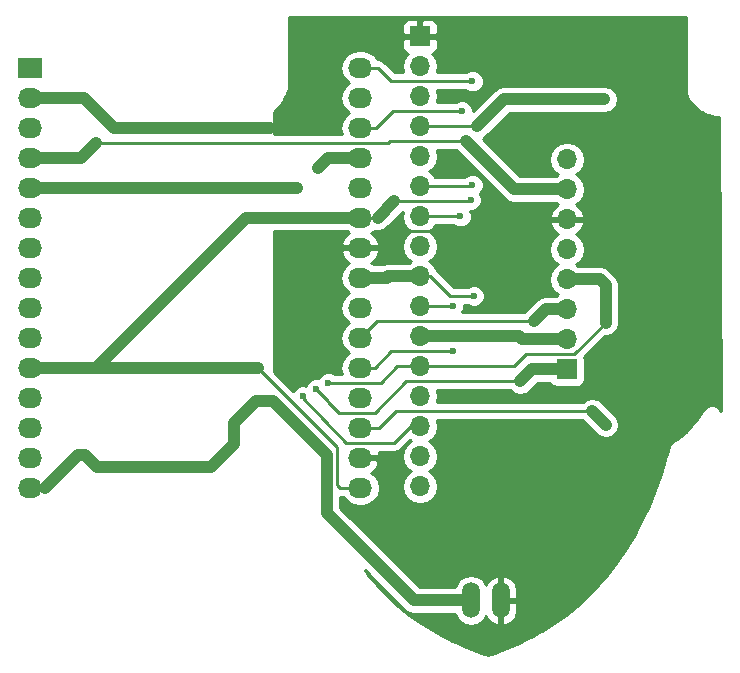
<source format=gbr>
G04 #@! TF.FileFunction,Copper,L1,Top,Signal*
%FSLAX46Y46*%
G04 Gerber Fmt 4.6, Leading zero omitted, Abs format (unit mm)*
G04 Created by KiCad (PCBNEW 4.0.4+e1-6308~48~ubuntu16.04.1-stable) date Mon Jan  2 16:02:27 2017*
%MOMM*%
%LPD*%
G01*
G04 APERTURE LIST*
%ADD10C,0.100000*%
%ADD11O,1.506220X3.014980*%
%ADD12O,2.032000X1.727200*%
%ADD13R,2.032000X1.727200*%
%ADD14R,1.700000X1.700000*%
%ADD15O,1.700000X1.700000*%
%ADD16C,0.600000*%
%ADD17C,1.000000*%
%ADD18C,0.250000*%
%ADD19C,0.254000*%
G04 APERTURE END LIST*
D10*
D11*
X151384000Y-128778000D03*
X153924000Y-128778000D03*
D12*
X142016000Y-119253000D03*
X142016000Y-116713000D03*
X142016000Y-114173000D03*
X142016000Y-111633000D03*
X142016000Y-109093000D03*
X142016000Y-106553000D03*
X142016000Y-104013000D03*
X142016000Y-101473000D03*
X142016000Y-98933000D03*
X142016000Y-96393000D03*
X142016000Y-93853000D03*
X142016000Y-91313000D03*
X142016000Y-88773000D03*
X142016000Y-86233000D03*
X142016000Y-83693000D03*
D13*
X114016000Y-83693000D03*
D12*
X114016000Y-86233000D03*
X114016000Y-88773000D03*
X114016000Y-91313000D03*
X114016000Y-93853000D03*
X114016000Y-96393000D03*
X114016000Y-98933000D03*
X114016000Y-101473000D03*
X114016000Y-104013000D03*
X114016000Y-106553000D03*
X114016000Y-109093000D03*
X114016000Y-111633000D03*
X114016000Y-114173000D03*
X114016000Y-116713000D03*
X114016000Y-119253000D03*
D14*
X147066000Y-81026000D03*
D15*
X147066000Y-83566000D03*
X147066000Y-86106000D03*
X147066000Y-88646000D03*
X147066000Y-91186000D03*
X147066000Y-93726000D03*
X147066000Y-96266000D03*
X147066000Y-98806000D03*
X147066000Y-101346000D03*
X147066000Y-103886000D03*
X147066000Y-106426000D03*
X147066000Y-108966000D03*
X147066000Y-111506000D03*
X147066000Y-114046000D03*
X147066000Y-116586000D03*
X147066000Y-119126000D03*
D14*
X159512000Y-109220000D03*
D15*
X159512000Y-106680000D03*
X159512000Y-104140000D03*
X159512000Y-101600000D03*
X159512000Y-99060000D03*
X159512000Y-96520000D03*
X159512000Y-93980000D03*
X159512000Y-91440000D03*
D16*
X118618000Y-86233000D03*
X151384000Y-94869000D03*
X162814000Y-113919000D03*
X162687000Y-86360000D03*
X149860000Y-103886000D03*
X149860000Y-107696000D03*
X139319000Y-110363000D03*
X151638000Y-106426000D03*
X151638000Y-102997000D03*
X138430000Y-92202000D03*
X138303000Y-110871000D03*
X150495000Y-96266000D03*
X150622000Y-87376000D03*
X151511000Y-93599000D03*
X151511000Y-84836000D03*
X137160000Y-111506000D03*
X136652000Y-93853000D03*
D17*
X151384000Y-128778000D02*
X146558000Y-128778000D01*
D18*
X115316000Y-119253000D02*
X114016000Y-119253000D01*
D17*
X118110000Y-116459000D02*
X115316000Y-119253000D01*
X118745000Y-116459000D02*
X118110000Y-116459000D01*
X119761000Y-117475000D02*
X118745000Y-116459000D01*
X129413000Y-117475000D02*
X119761000Y-117475000D01*
X131318000Y-115570000D02*
X129413000Y-117475000D01*
X131318000Y-113792000D02*
X131318000Y-115570000D01*
X133223000Y-111887000D02*
X131318000Y-113792000D01*
X134620000Y-111887000D02*
X133223000Y-111887000D01*
X139192000Y-116459000D02*
X134620000Y-111887000D01*
X139192000Y-121412000D02*
X139192000Y-116459000D01*
X146558000Y-128778000D02*
X139192000Y-121412000D01*
D18*
X147066000Y-81026000D02*
X139700000Y-81026000D01*
D17*
X118618000Y-86233000D02*
X114016000Y-86233000D01*
X121158000Y-88773000D02*
X118618000Y-86233000D01*
X134366000Y-88773000D02*
X121158000Y-88773000D01*
D18*
X136271000Y-86868000D02*
X134366000Y-88773000D01*
X136271000Y-84455000D02*
X136271000Y-86868000D01*
X139700000Y-81026000D02*
X136271000Y-84455000D01*
X159512000Y-96520000D02*
X152654000Y-96520000D01*
X143764000Y-98933000D02*
X142016000Y-98933000D01*
X145161000Y-97536000D02*
X143764000Y-98933000D01*
X151638000Y-97536000D02*
X145161000Y-97536000D01*
X152654000Y-96520000D02*
X151638000Y-97536000D01*
X153924000Y-128778000D02*
X153924000Y-124968000D01*
X143256000Y-116713000D02*
X142016000Y-116713000D01*
X144653000Y-118110000D02*
X143256000Y-116713000D01*
X144653000Y-120650000D02*
X144653000Y-118110000D01*
X147701000Y-123698000D02*
X144653000Y-120650000D01*
X152654000Y-123698000D02*
X147701000Y-123698000D01*
X153924000Y-124968000D02*
X152654000Y-123698000D01*
D17*
X114016000Y-109093000D02*
X133350000Y-109093000D01*
D18*
X140335000Y-119253000D02*
X142016000Y-119253000D01*
X140081000Y-118999000D02*
X140335000Y-119253000D01*
X140081000Y-115824000D02*
X140081000Y-118999000D01*
X133350000Y-109093000D02*
X140081000Y-115824000D01*
D17*
X142016000Y-96393000D02*
X132334000Y-96393000D01*
D18*
X119634000Y-109093000D02*
X114016000Y-109093000D01*
D17*
X132334000Y-96393000D02*
X119634000Y-109093000D01*
D18*
X143510000Y-96393000D02*
X142016000Y-96393000D01*
D17*
X144907000Y-94996000D02*
X143510000Y-96393000D01*
D18*
X151257000Y-94996000D02*
X144907000Y-94996000D01*
X151384000Y-94869000D02*
X151257000Y-94996000D01*
X147066000Y-88646000D02*
X151892000Y-88646000D01*
X143637000Y-114173000D02*
X142016000Y-114173000D01*
X145034000Y-112776000D02*
X143637000Y-114173000D01*
X161671000Y-112776000D02*
X145034000Y-112776000D01*
D17*
X162814000Y-113919000D02*
X161671000Y-112776000D01*
X154178000Y-86360000D02*
X162687000Y-86360000D01*
X151892000Y-88646000D02*
X154178000Y-86360000D01*
D18*
X142016000Y-109093000D02*
X143256000Y-109093000D01*
X149860000Y-103886000D02*
X147066000Y-103886000D01*
X144653000Y-107696000D02*
X149860000Y-107696000D01*
X143256000Y-109093000D02*
X144653000Y-107696000D01*
D17*
X159512000Y-104140000D02*
X157734000Y-104140000D01*
D18*
X143413000Y-105156000D02*
X142016000Y-106553000D01*
X156718000Y-105156000D02*
X143413000Y-105156000D01*
D17*
X157734000Y-104140000D02*
X156718000Y-105156000D01*
D18*
X147066000Y-108966000D02*
X145161000Y-108966000D01*
X143764000Y-110363000D02*
X139319000Y-110363000D01*
X145161000Y-108966000D02*
X143764000Y-110363000D01*
X147066000Y-108966000D02*
X155067000Y-108966000D01*
D17*
X162306000Y-101600000D02*
X159512000Y-101600000D01*
X162814000Y-102108000D02*
X162306000Y-101600000D01*
X162814000Y-105283000D02*
X162814000Y-102108000D01*
D18*
X160147000Y-107950000D02*
X162814000Y-105283000D01*
X156083000Y-107950000D02*
X160147000Y-107950000D01*
X155067000Y-108966000D02*
X156083000Y-107950000D01*
X147066000Y-101346000D02*
X147955000Y-101346000D01*
D17*
X151638000Y-106426000D02*
X152908000Y-106426000D01*
D18*
X149606000Y-102997000D02*
X151638000Y-102997000D01*
X147955000Y-101346000D02*
X149606000Y-102997000D01*
D17*
X142016000Y-101473000D02*
X144272000Y-101473000D01*
X144399000Y-101346000D02*
X147066000Y-101346000D01*
X144272000Y-101473000D02*
X144399000Y-101346000D01*
X147066000Y-106426000D02*
X152908000Y-106426000D01*
X152908000Y-106426000D02*
X155448000Y-106426000D01*
X155448000Y-106426000D02*
X155702000Y-106680000D01*
X155702000Y-106680000D02*
X159512000Y-106680000D01*
D18*
X139319000Y-112014000D02*
X139319000Y-111887000D01*
D17*
X156591000Y-109220000D02*
X155575000Y-110236000D01*
D18*
X155575000Y-110236000D02*
X145923000Y-110236000D01*
X145923000Y-110236000D02*
X143256000Y-112903000D01*
X143256000Y-112903000D02*
X140208000Y-112903000D01*
X140208000Y-112903000D02*
X139319000Y-112014000D01*
D17*
X159512000Y-109220000D02*
X156591000Y-109220000D01*
X139319000Y-91313000D02*
X142016000Y-91313000D01*
X138430000Y-92202000D02*
X139319000Y-91313000D01*
D18*
X139319000Y-111887000D02*
X138303000Y-110871000D01*
X142016000Y-88773000D02*
X143383000Y-88773000D01*
X150495000Y-96266000D02*
X147066000Y-96266000D01*
X144780000Y-87376000D02*
X150622000Y-87376000D01*
X143383000Y-88773000D02*
X144780000Y-87376000D01*
X142016000Y-83693000D02*
X143510000Y-83693000D01*
X151384000Y-93726000D02*
X147066000Y-93726000D01*
X151511000Y-93599000D02*
X151384000Y-93726000D01*
X144653000Y-84836000D02*
X151511000Y-84836000D01*
X143510000Y-83693000D02*
X144653000Y-84836000D01*
D17*
X159512000Y-93980000D02*
X155067000Y-93980000D01*
X118364000Y-91313000D02*
X114016000Y-91313000D01*
X119634000Y-90043000D02*
X118364000Y-91313000D01*
D18*
X144399000Y-90043000D02*
X119634000Y-90043000D01*
X144526000Y-89916000D02*
X144399000Y-90043000D01*
X151003000Y-89916000D02*
X144526000Y-89916000D01*
D17*
X155067000Y-93980000D02*
X151003000Y-89916000D01*
D18*
X137160000Y-111633000D02*
X137160000Y-111506000D01*
X140843000Y-115443000D02*
X137160000Y-111633000D01*
X144907000Y-115443000D02*
X140843000Y-115443000D01*
X146304000Y-114046000D02*
X144907000Y-115443000D01*
D17*
X136652000Y-93853000D02*
X114016000Y-93853000D01*
D18*
X147066000Y-114046000D02*
X146304000Y-114046000D01*
D19*
G36*
X169606409Y-82355094D02*
X169606409Y-82355095D01*
X169614057Y-85934185D01*
X169634431Y-86035480D01*
X169647814Y-86137930D01*
X169658914Y-86157199D01*
X169663298Y-86178998D01*
X169720883Y-86264783D01*
X169772455Y-86354315D01*
X170029802Y-86648360D01*
X170044251Y-86659470D01*
X170054219Y-86674726D01*
X170406800Y-87034647D01*
X170443410Y-87059658D01*
X170472519Y-87093097D01*
X170849501Y-87384569D01*
X170900143Y-87409774D01*
X170944186Y-87445284D01*
X171325532Y-87644880D01*
X171390069Y-87663847D01*
X171450076Y-87694240D01*
X171836304Y-87802164D01*
X171909925Y-87807780D01*
X171981673Y-87825212D01*
X172354604Y-87840882D01*
X172525476Y-112745463D01*
X172456336Y-112624811D01*
X172415170Y-112577563D01*
X172384077Y-112523157D01*
X172309620Y-112437498D01*
X172253520Y-112394058D01*
X172205651Y-112341691D01*
X172155744Y-112318346D01*
X172112178Y-112284611D01*
X172043726Y-112265946D01*
X171979459Y-112235884D01*
X171906254Y-112217877D01*
X171901011Y-112217642D01*
X171896224Y-112215496D01*
X171776492Y-112212055D01*
X171656789Y-112206684D01*
X171651856Y-112208473D01*
X171646611Y-112208322D01*
X171534639Y-112250976D01*
X171422030Y-112291809D01*
X171418158Y-112295348D01*
X171413255Y-112297216D01*
X171330465Y-112349157D01*
X171256940Y-112418574D01*
X171178384Y-112482236D01*
X171075180Y-112606421D01*
X171059984Y-112634433D01*
X171037318Y-112656838D01*
X170902866Y-112855560D01*
X170901421Y-112858992D01*
X170898805Y-112861638D01*
X170866547Y-112910510D01*
X170697541Y-113150249D01*
X170491807Y-113422005D01*
X170261955Y-113710222D01*
X170023841Y-113995473D01*
X169793561Y-114258477D01*
X169588521Y-114479049D01*
X169424186Y-114640199D01*
X169365930Y-114691327D01*
X169180389Y-114840505D01*
X168985081Y-114983326D01*
X168811863Y-115096295D01*
X168455156Y-115308832D01*
X168368018Y-115387396D01*
X168279043Y-115463817D01*
X168275508Y-115470804D01*
X168269692Y-115476047D01*
X168219265Y-115581950D01*
X168166295Y-115686629D01*
X167955202Y-116443160D01*
X167927173Y-116543057D01*
X167471551Y-118035888D01*
X166968331Y-119454281D01*
X166414938Y-120806278D01*
X165810545Y-122094130D01*
X165154287Y-123320121D01*
X164445182Y-124486651D01*
X163682177Y-125596113D01*
X162863521Y-126651675D01*
X162087332Y-127546823D01*
X161241525Y-128418963D01*
X160358180Y-129227024D01*
X159429288Y-129978147D01*
X158446826Y-130679063D01*
X157397189Y-131339686D01*
X157163346Y-131476205D01*
X156602506Y-131788746D01*
X156039356Y-132080764D01*
X155456767Y-132360580D01*
X154839666Y-132635192D01*
X154173371Y-132911304D01*
X153440998Y-133196421D01*
X152798594Y-133439762D01*
X152194411Y-133207985D01*
X152039642Y-133148389D01*
X151391252Y-132892982D01*
X150806782Y-132652208D01*
X150273610Y-132420326D01*
X149780294Y-132192078D01*
X149314702Y-131961851D01*
X148864809Y-131723990D01*
X148418302Y-131472555D01*
X147966496Y-131203622D01*
X147148959Y-130680370D01*
X146167131Y-129978428D01*
X145240894Y-129228597D01*
X144359647Y-128422056D01*
X143514594Y-127550914D01*
X142695593Y-126605293D01*
X142373837Y-126198969D01*
X145755434Y-129580566D01*
X146123654Y-129826603D01*
X146558000Y-129913000D01*
X150063251Y-129913000D01*
X150101554Y-130105561D01*
X150402458Y-130555896D01*
X150852793Y-130856800D01*
X151384000Y-130962464D01*
X151915207Y-130856800D01*
X152365542Y-130555896D01*
X152666446Y-130105561D01*
X152667016Y-130102694D01*
X152690154Y-130180919D01*
X153032260Y-130603724D01*
X153510125Y-130863427D01*
X153582326Y-130877783D01*
X153797000Y-130755162D01*
X153797000Y-128905000D01*
X154051000Y-128905000D01*
X154051000Y-130755162D01*
X154265674Y-130877783D01*
X154337875Y-130863427D01*
X154815740Y-130603724D01*
X155157846Y-130180919D01*
X155312110Y-129659380D01*
X155312110Y-128905000D01*
X154051000Y-128905000D01*
X153797000Y-128905000D01*
X153777000Y-128905000D01*
X153777000Y-128651000D01*
X153797000Y-128651000D01*
X153797000Y-126800838D01*
X154051000Y-126800838D01*
X154051000Y-128651000D01*
X155312110Y-128651000D01*
X155312110Y-127896620D01*
X155157846Y-127375081D01*
X154815740Y-126952276D01*
X154337875Y-126692573D01*
X154265674Y-126678217D01*
X154051000Y-126800838D01*
X153797000Y-126800838D01*
X153582326Y-126678217D01*
X153510125Y-126692573D01*
X153032260Y-126952276D01*
X152690154Y-127375081D01*
X152667016Y-127453306D01*
X152666446Y-127450439D01*
X152365542Y-127000104D01*
X151915207Y-126699200D01*
X151384000Y-126593536D01*
X150852793Y-126699200D01*
X150402458Y-127000104D01*
X150101554Y-127450439D01*
X150063251Y-127643000D01*
X147028132Y-127643000D01*
X140327000Y-120941868D01*
X140327000Y-120011409D01*
X140335000Y-120013000D01*
X140571352Y-120013000D01*
X140771585Y-120312670D01*
X141257766Y-120637526D01*
X141831255Y-120751600D01*
X142200745Y-120751600D01*
X142774234Y-120637526D01*
X143260415Y-120312670D01*
X143585271Y-119826489D01*
X143699345Y-119253000D01*
X143585271Y-118679511D01*
X143260415Y-118193330D01*
X142950931Y-117986539D01*
X143366732Y-117615036D01*
X143620709Y-117087791D01*
X143623358Y-117072026D01*
X143502217Y-116840000D01*
X142143000Y-116840000D01*
X142143000Y-116860000D01*
X141889000Y-116860000D01*
X141889000Y-116840000D01*
X141869000Y-116840000D01*
X141869000Y-116586000D01*
X141889000Y-116586000D01*
X141889000Y-116566000D01*
X142143000Y-116566000D01*
X142143000Y-116586000D01*
X143502217Y-116586000D01*
X143623358Y-116353974D01*
X143620709Y-116338209D01*
X143555578Y-116203000D01*
X144907000Y-116203000D01*
X145197839Y-116145148D01*
X145444401Y-115980401D01*
X146191804Y-115232998D01*
X146316026Y-115316000D01*
X145986853Y-115535946D01*
X145664946Y-116017715D01*
X145551907Y-116586000D01*
X145664946Y-117154285D01*
X145986853Y-117636054D01*
X146316026Y-117856000D01*
X145986853Y-118075946D01*
X145664946Y-118557715D01*
X145551907Y-119126000D01*
X145664946Y-119694285D01*
X145986853Y-120176054D01*
X146468622Y-120497961D01*
X147036907Y-120611000D01*
X147095093Y-120611000D01*
X147663378Y-120497961D01*
X148145147Y-120176054D01*
X148467054Y-119694285D01*
X148580093Y-119126000D01*
X148467054Y-118557715D01*
X148145147Y-118075946D01*
X147815974Y-117856000D01*
X148145147Y-117636054D01*
X148467054Y-117154285D01*
X148580093Y-116586000D01*
X148467054Y-116017715D01*
X148145147Y-115535946D01*
X147815974Y-115316000D01*
X148145147Y-115096054D01*
X148467054Y-114614285D01*
X148580093Y-114046000D01*
X148478648Y-113536000D01*
X160839992Y-113536000D01*
X160868434Y-113578566D01*
X162011434Y-114721566D01*
X162379655Y-114967603D01*
X162814000Y-115054000D01*
X163248345Y-114967603D01*
X163616566Y-114721566D01*
X163862603Y-114353345D01*
X163949000Y-113919000D01*
X163862603Y-113484655D01*
X163616566Y-113116434D01*
X162473566Y-111973434D01*
X162105345Y-111727397D01*
X161671000Y-111641000D01*
X161236655Y-111727397D01*
X160868434Y-111973434D01*
X160839992Y-112016000D01*
X148478648Y-112016000D01*
X148580093Y-111506000D01*
X148478648Y-110996000D01*
X154743992Y-110996000D01*
X154772434Y-111038566D01*
X155140655Y-111284603D01*
X155575000Y-111371000D01*
X156009345Y-111284603D01*
X156377566Y-111038566D01*
X157061132Y-110355000D01*
X158090808Y-110355000D01*
X158197910Y-110521441D01*
X158410110Y-110666431D01*
X158662000Y-110717440D01*
X160362000Y-110717440D01*
X160597317Y-110673162D01*
X160813441Y-110534090D01*
X160958431Y-110321890D01*
X161009440Y-110070000D01*
X161009440Y-108370000D01*
X160976557Y-108195245D01*
X162763790Y-106408012D01*
X162814000Y-106418000D01*
X163248346Y-106331603D01*
X163616566Y-106085566D01*
X163862603Y-105717346D01*
X163949000Y-105283000D01*
X163949000Y-102108000D01*
X163862603Y-101673654D01*
X163783934Y-101555918D01*
X163616566Y-101305433D01*
X163108566Y-100797434D01*
X163079054Y-100777715D01*
X162740346Y-100551397D01*
X162306000Y-100465000D01*
X160464016Y-100465000D01*
X160261974Y-100330000D01*
X160591147Y-100110054D01*
X160913054Y-99628285D01*
X161026093Y-99060000D01*
X160913054Y-98491715D01*
X160591147Y-98009946D01*
X160250447Y-97782298D01*
X160393358Y-97715183D01*
X160783645Y-97286924D01*
X160953476Y-96876890D01*
X160832155Y-96647000D01*
X159639000Y-96647000D01*
X159639000Y-96667000D01*
X159385000Y-96667000D01*
X159385000Y-96647000D01*
X158191845Y-96647000D01*
X158070524Y-96876890D01*
X158240355Y-97286924D01*
X158630642Y-97715183D01*
X158773553Y-97782298D01*
X158432853Y-98009946D01*
X158110946Y-98491715D01*
X157997907Y-99060000D01*
X158110946Y-99628285D01*
X158432853Y-100110054D01*
X158762026Y-100330000D01*
X158432853Y-100549946D01*
X158110946Y-101031715D01*
X157997907Y-101600000D01*
X158110946Y-102168285D01*
X158432853Y-102650054D01*
X158762026Y-102870000D01*
X158559984Y-103005000D01*
X157734000Y-103005000D01*
X157299654Y-103091397D01*
X157072766Y-103242999D01*
X156931434Y-103337434D01*
X155915434Y-104353434D01*
X155886992Y-104396000D01*
X150660633Y-104396000D01*
X150794838Y-104072799D01*
X150795113Y-103757000D01*
X151075537Y-103757000D01*
X151107673Y-103789192D01*
X151451201Y-103931838D01*
X151823167Y-103932162D01*
X152166943Y-103790117D01*
X152430192Y-103527327D01*
X152572838Y-103183799D01*
X152573162Y-102811833D01*
X152431117Y-102468057D01*
X152168327Y-102204808D01*
X151824799Y-102062162D01*
X151452833Y-102061838D01*
X151109057Y-102203883D01*
X151075882Y-102237000D01*
X149920802Y-102237000D01*
X148492401Y-100808599D01*
X148470254Y-100793801D01*
X148467054Y-100777715D01*
X148145147Y-100295946D01*
X147815974Y-100076000D01*
X148145147Y-99856054D01*
X148467054Y-99374285D01*
X148580093Y-98806000D01*
X148467054Y-98237715D01*
X148145147Y-97755946D01*
X147815974Y-97536000D01*
X148145147Y-97316054D01*
X148338954Y-97026000D01*
X149932537Y-97026000D01*
X149964673Y-97058192D01*
X150308201Y-97200838D01*
X150680167Y-97201162D01*
X151023943Y-97059117D01*
X151287192Y-96796327D01*
X151429838Y-96452799D01*
X151430162Y-96080833D01*
X151315753Y-95803941D01*
X151569167Y-95804162D01*
X151912943Y-95662117D01*
X152176192Y-95399327D01*
X152318838Y-95055799D01*
X152319162Y-94683833D01*
X152177117Y-94340057D01*
X152134680Y-94297546D01*
X152303192Y-94129327D01*
X152445838Y-93785799D01*
X152446162Y-93413833D01*
X152304117Y-93070057D01*
X152041327Y-92806808D01*
X151697799Y-92664162D01*
X151325833Y-92663838D01*
X150982057Y-92805883D01*
X150821660Y-92966000D01*
X148338954Y-92966000D01*
X148145147Y-92675946D01*
X147815974Y-92456000D01*
X148145147Y-92236054D01*
X148467054Y-91754285D01*
X148580093Y-91186000D01*
X148478648Y-90676000D01*
X150171992Y-90676000D01*
X150200434Y-90718566D01*
X154264434Y-94782566D01*
X154632654Y-95028603D01*
X155067000Y-95115000D01*
X158559984Y-95115000D01*
X158773553Y-95257702D01*
X158630642Y-95324817D01*
X158240355Y-95753076D01*
X158070524Y-96163110D01*
X158191845Y-96393000D01*
X159385000Y-96393000D01*
X159385000Y-96373000D01*
X159639000Y-96373000D01*
X159639000Y-96393000D01*
X160832155Y-96393000D01*
X160953476Y-96163110D01*
X160783645Y-95753076D01*
X160393358Y-95324817D01*
X160250447Y-95257702D01*
X160591147Y-95030054D01*
X160913054Y-94548285D01*
X161026093Y-93980000D01*
X160913054Y-93411715D01*
X160591147Y-92929946D01*
X160261974Y-92710000D01*
X160591147Y-92490054D01*
X160913054Y-92008285D01*
X161026093Y-91440000D01*
X160913054Y-90871715D01*
X160591147Y-90389946D01*
X160109378Y-90068039D01*
X159541093Y-89955000D01*
X159482907Y-89955000D01*
X158914622Y-90068039D01*
X158432853Y-90389946D01*
X158110946Y-90871715D01*
X157997907Y-91440000D01*
X158110946Y-92008285D01*
X158432853Y-92490054D01*
X158762026Y-92710000D01*
X158559984Y-92845000D01*
X155537132Y-92845000D01*
X152362546Y-89670414D01*
X152694566Y-89448566D01*
X154648132Y-87495000D01*
X162687000Y-87495000D01*
X163121346Y-87408603D01*
X163489566Y-87162566D01*
X163735603Y-86794346D01*
X163822000Y-86360000D01*
X163735603Y-85925654D01*
X163489566Y-85557434D01*
X163121346Y-85311397D01*
X162687000Y-85225000D01*
X154178000Y-85225000D01*
X153743654Y-85311397D01*
X153425789Y-85523788D01*
X153375434Y-85557434D01*
X151557001Y-87375867D01*
X151557162Y-87190833D01*
X151415117Y-86847057D01*
X151152327Y-86583808D01*
X150808799Y-86441162D01*
X150436833Y-86440838D01*
X150093057Y-86582883D01*
X150059882Y-86616000D01*
X148478648Y-86616000D01*
X148580093Y-86106000D01*
X148478648Y-85596000D01*
X150948537Y-85596000D01*
X150980673Y-85628192D01*
X151324201Y-85770838D01*
X151696167Y-85771162D01*
X152039943Y-85629117D01*
X152303192Y-85366327D01*
X152445838Y-85022799D01*
X152446162Y-84650833D01*
X152304117Y-84307057D01*
X152041327Y-84043808D01*
X151697799Y-83901162D01*
X151325833Y-83900838D01*
X150982057Y-84042883D01*
X150948882Y-84076000D01*
X148478648Y-84076000D01*
X148580093Y-83566000D01*
X148467054Y-82997715D01*
X148145147Y-82515946D01*
X148101223Y-82486597D01*
X148275698Y-82414327D01*
X148454327Y-82235699D01*
X148551000Y-82002310D01*
X148551000Y-81311750D01*
X148392250Y-81153000D01*
X147193000Y-81153000D01*
X147193000Y-81173000D01*
X146939000Y-81173000D01*
X146939000Y-81153000D01*
X145739750Y-81153000D01*
X145581000Y-81311750D01*
X145581000Y-82002310D01*
X145677673Y-82235699D01*
X145856302Y-82414327D01*
X146030777Y-82486597D01*
X145986853Y-82515946D01*
X145664946Y-82997715D01*
X145551907Y-83566000D01*
X145653352Y-84076000D01*
X144967802Y-84076000D01*
X144047401Y-83155599D01*
X143800839Y-82990852D01*
X143510000Y-82933000D01*
X143460648Y-82933000D01*
X143260415Y-82633330D01*
X142774234Y-82308474D01*
X142200745Y-82194400D01*
X141831255Y-82194400D01*
X141257766Y-82308474D01*
X140771585Y-82633330D01*
X140446729Y-83119511D01*
X140332655Y-83693000D01*
X140446729Y-84266489D01*
X140771585Y-84752670D01*
X141086366Y-84963000D01*
X140771585Y-85173330D01*
X140446729Y-85659511D01*
X140332655Y-86233000D01*
X140446729Y-86806489D01*
X140771585Y-87292670D01*
X141086366Y-87503000D01*
X140771585Y-87713330D01*
X140446729Y-88199511D01*
X140332655Y-88773000D01*
X140434100Y-89283000D01*
X134747000Y-89283000D01*
X134747000Y-87386516D01*
X135027734Y-87112234D01*
X135058025Y-87068022D01*
X135097454Y-87031728D01*
X135383496Y-86639765D01*
X135402872Y-86597968D01*
X135431978Y-86562253D01*
X135680190Y-86094033D01*
X135686087Y-86074350D01*
X135698035Y-86057630D01*
X135906542Y-85595812D01*
X135908425Y-85587689D01*
X135913095Y-85580786D01*
X135936542Y-85466373D01*
X135962923Y-85352545D01*
X135961554Y-85344320D01*
X135963227Y-85336155D01*
X135982183Y-82057246D01*
X135993788Y-80049690D01*
X145581000Y-80049690D01*
X145581000Y-80740250D01*
X145739750Y-80899000D01*
X146939000Y-80899000D01*
X146939000Y-79699750D01*
X147193000Y-79699750D01*
X147193000Y-80899000D01*
X148392250Y-80899000D01*
X148551000Y-80740250D01*
X148551000Y-80049690D01*
X148454327Y-79816301D01*
X148275698Y-79637673D01*
X148042309Y-79541000D01*
X147351750Y-79541000D01*
X147193000Y-79699750D01*
X146939000Y-79699750D01*
X146780250Y-79541000D01*
X146089691Y-79541000D01*
X145856302Y-79637673D01*
X145677673Y-79816301D01*
X145581000Y-80049690D01*
X135993788Y-80049690D01*
X135997460Y-79414636D01*
X169600126Y-79414636D01*
X169606409Y-82355094D01*
X169606409Y-82355094D01*
G37*
X169606409Y-82355094D02*
X169606409Y-82355095D01*
X169614057Y-85934185D01*
X169634431Y-86035480D01*
X169647814Y-86137930D01*
X169658914Y-86157199D01*
X169663298Y-86178998D01*
X169720883Y-86264783D01*
X169772455Y-86354315D01*
X170029802Y-86648360D01*
X170044251Y-86659470D01*
X170054219Y-86674726D01*
X170406800Y-87034647D01*
X170443410Y-87059658D01*
X170472519Y-87093097D01*
X170849501Y-87384569D01*
X170900143Y-87409774D01*
X170944186Y-87445284D01*
X171325532Y-87644880D01*
X171390069Y-87663847D01*
X171450076Y-87694240D01*
X171836304Y-87802164D01*
X171909925Y-87807780D01*
X171981673Y-87825212D01*
X172354604Y-87840882D01*
X172525476Y-112745463D01*
X172456336Y-112624811D01*
X172415170Y-112577563D01*
X172384077Y-112523157D01*
X172309620Y-112437498D01*
X172253520Y-112394058D01*
X172205651Y-112341691D01*
X172155744Y-112318346D01*
X172112178Y-112284611D01*
X172043726Y-112265946D01*
X171979459Y-112235884D01*
X171906254Y-112217877D01*
X171901011Y-112217642D01*
X171896224Y-112215496D01*
X171776492Y-112212055D01*
X171656789Y-112206684D01*
X171651856Y-112208473D01*
X171646611Y-112208322D01*
X171534639Y-112250976D01*
X171422030Y-112291809D01*
X171418158Y-112295348D01*
X171413255Y-112297216D01*
X171330465Y-112349157D01*
X171256940Y-112418574D01*
X171178384Y-112482236D01*
X171075180Y-112606421D01*
X171059984Y-112634433D01*
X171037318Y-112656838D01*
X170902866Y-112855560D01*
X170901421Y-112858992D01*
X170898805Y-112861638D01*
X170866547Y-112910510D01*
X170697541Y-113150249D01*
X170491807Y-113422005D01*
X170261955Y-113710222D01*
X170023841Y-113995473D01*
X169793561Y-114258477D01*
X169588521Y-114479049D01*
X169424186Y-114640199D01*
X169365930Y-114691327D01*
X169180389Y-114840505D01*
X168985081Y-114983326D01*
X168811863Y-115096295D01*
X168455156Y-115308832D01*
X168368018Y-115387396D01*
X168279043Y-115463817D01*
X168275508Y-115470804D01*
X168269692Y-115476047D01*
X168219265Y-115581950D01*
X168166295Y-115686629D01*
X167955202Y-116443160D01*
X167927173Y-116543057D01*
X167471551Y-118035888D01*
X166968331Y-119454281D01*
X166414938Y-120806278D01*
X165810545Y-122094130D01*
X165154287Y-123320121D01*
X164445182Y-124486651D01*
X163682177Y-125596113D01*
X162863521Y-126651675D01*
X162087332Y-127546823D01*
X161241525Y-128418963D01*
X160358180Y-129227024D01*
X159429288Y-129978147D01*
X158446826Y-130679063D01*
X157397189Y-131339686D01*
X157163346Y-131476205D01*
X156602506Y-131788746D01*
X156039356Y-132080764D01*
X155456767Y-132360580D01*
X154839666Y-132635192D01*
X154173371Y-132911304D01*
X153440998Y-133196421D01*
X152798594Y-133439762D01*
X152194411Y-133207985D01*
X152039642Y-133148389D01*
X151391252Y-132892982D01*
X150806782Y-132652208D01*
X150273610Y-132420326D01*
X149780294Y-132192078D01*
X149314702Y-131961851D01*
X148864809Y-131723990D01*
X148418302Y-131472555D01*
X147966496Y-131203622D01*
X147148959Y-130680370D01*
X146167131Y-129978428D01*
X145240894Y-129228597D01*
X144359647Y-128422056D01*
X143514594Y-127550914D01*
X142695593Y-126605293D01*
X142373837Y-126198969D01*
X145755434Y-129580566D01*
X146123654Y-129826603D01*
X146558000Y-129913000D01*
X150063251Y-129913000D01*
X150101554Y-130105561D01*
X150402458Y-130555896D01*
X150852793Y-130856800D01*
X151384000Y-130962464D01*
X151915207Y-130856800D01*
X152365542Y-130555896D01*
X152666446Y-130105561D01*
X152667016Y-130102694D01*
X152690154Y-130180919D01*
X153032260Y-130603724D01*
X153510125Y-130863427D01*
X153582326Y-130877783D01*
X153797000Y-130755162D01*
X153797000Y-128905000D01*
X154051000Y-128905000D01*
X154051000Y-130755162D01*
X154265674Y-130877783D01*
X154337875Y-130863427D01*
X154815740Y-130603724D01*
X155157846Y-130180919D01*
X155312110Y-129659380D01*
X155312110Y-128905000D01*
X154051000Y-128905000D01*
X153797000Y-128905000D01*
X153777000Y-128905000D01*
X153777000Y-128651000D01*
X153797000Y-128651000D01*
X153797000Y-126800838D01*
X154051000Y-126800838D01*
X154051000Y-128651000D01*
X155312110Y-128651000D01*
X155312110Y-127896620D01*
X155157846Y-127375081D01*
X154815740Y-126952276D01*
X154337875Y-126692573D01*
X154265674Y-126678217D01*
X154051000Y-126800838D01*
X153797000Y-126800838D01*
X153582326Y-126678217D01*
X153510125Y-126692573D01*
X153032260Y-126952276D01*
X152690154Y-127375081D01*
X152667016Y-127453306D01*
X152666446Y-127450439D01*
X152365542Y-127000104D01*
X151915207Y-126699200D01*
X151384000Y-126593536D01*
X150852793Y-126699200D01*
X150402458Y-127000104D01*
X150101554Y-127450439D01*
X150063251Y-127643000D01*
X147028132Y-127643000D01*
X140327000Y-120941868D01*
X140327000Y-120011409D01*
X140335000Y-120013000D01*
X140571352Y-120013000D01*
X140771585Y-120312670D01*
X141257766Y-120637526D01*
X141831255Y-120751600D01*
X142200745Y-120751600D01*
X142774234Y-120637526D01*
X143260415Y-120312670D01*
X143585271Y-119826489D01*
X143699345Y-119253000D01*
X143585271Y-118679511D01*
X143260415Y-118193330D01*
X142950931Y-117986539D01*
X143366732Y-117615036D01*
X143620709Y-117087791D01*
X143623358Y-117072026D01*
X143502217Y-116840000D01*
X142143000Y-116840000D01*
X142143000Y-116860000D01*
X141889000Y-116860000D01*
X141889000Y-116840000D01*
X141869000Y-116840000D01*
X141869000Y-116586000D01*
X141889000Y-116586000D01*
X141889000Y-116566000D01*
X142143000Y-116566000D01*
X142143000Y-116586000D01*
X143502217Y-116586000D01*
X143623358Y-116353974D01*
X143620709Y-116338209D01*
X143555578Y-116203000D01*
X144907000Y-116203000D01*
X145197839Y-116145148D01*
X145444401Y-115980401D01*
X146191804Y-115232998D01*
X146316026Y-115316000D01*
X145986853Y-115535946D01*
X145664946Y-116017715D01*
X145551907Y-116586000D01*
X145664946Y-117154285D01*
X145986853Y-117636054D01*
X146316026Y-117856000D01*
X145986853Y-118075946D01*
X145664946Y-118557715D01*
X145551907Y-119126000D01*
X145664946Y-119694285D01*
X145986853Y-120176054D01*
X146468622Y-120497961D01*
X147036907Y-120611000D01*
X147095093Y-120611000D01*
X147663378Y-120497961D01*
X148145147Y-120176054D01*
X148467054Y-119694285D01*
X148580093Y-119126000D01*
X148467054Y-118557715D01*
X148145147Y-118075946D01*
X147815974Y-117856000D01*
X148145147Y-117636054D01*
X148467054Y-117154285D01*
X148580093Y-116586000D01*
X148467054Y-116017715D01*
X148145147Y-115535946D01*
X147815974Y-115316000D01*
X148145147Y-115096054D01*
X148467054Y-114614285D01*
X148580093Y-114046000D01*
X148478648Y-113536000D01*
X160839992Y-113536000D01*
X160868434Y-113578566D01*
X162011434Y-114721566D01*
X162379655Y-114967603D01*
X162814000Y-115054000D01*
X163248345Y-114967603D01*
X163616566Y-114721566D01*
X163862603Y-114353345D01*
X163949000Y-113919000D01*
X163862603Y-113484655D01*
X163616566Y-113116434D01*
X162473566Y-111973434D01*
X162105345Y-111727397D01*
X161671000Y-111641000D01*
X161236655Y-111727397D01*
X160868434Y-111973434D01*
X160839992Y-112016000D01*
X148478648Y-112016000D01*
X148580093Y-111506000D01*
X148478648Y-110996000D01*
X154743992Y-110996000D01*
X154772434Y-111038566D01*
X155140655Y-111284603D01*
X155575000Y-111371000D01*
X156009345Y-111284603D01*
X156377566Y-111038566D01*
X157061132Y-110355000D01*
X158090808Y-110355000D01*
X158197910Y-110521441D01*
X158410110Y-110666431D01*
X158662000Y-110717440D01*
X160362000Y-110717440D01*
X160597317Y-110673162D01*
X160813441Y-110534090D01*
X160958431Y-110321890D01*
X161009440Y-110070000D01*
X161009440Y-108370000D01*
X160976557Y-108195245D01*
X162763790Y-106408012D01*
X162814000Y-106418000D01*
X163248346Y-106331603D01*
X163616566Y-106085566D01*
X163862603Y-105717346D01*
X163949000Y-105283000D01*
X163949000Y-102108000D01*
X163862603Y-101673654D01*
X163783934Y-101555918D01*
X163616566Y-101305433D01*
X163108566Y-100797434D01*
X163079054Y-100777715D01*
X162740346Y-100551397D01*
X162306000Y-100465000D01*
X160464016Y-100465000D01*
X160261974Y-100330000D01*
X160591147Y-100110054D01*
X160913054Y-99628285D01*
X161026093Y-99060000D01*
X160913054Y-98491715D01*
X160591147Y-98009946D01*
X160250447Y-97782298D01*
X160393358Y-97715183D01*
X160783645Y-97286924D01*
X160953476Y-96876890D01*
X160832155Y-96647000D01*
X159639000Y-96647000D01*
X159639000Y-96667000D01*
X159385000Y-96667000D01*
X159385000Y-96647000D01*
X158191845Y-96647000D01*
X158070524Y-96876890D01*
X158240355Y-97286924D01*
X158630642Y-97715183D01*
X158773553Y-97782298D01*
X158432853Y-98009946D01*
X158110946Y-98491715D01*
X157997907Y-99060000D01*
X158110946Y-99628285D01*
X158432853Y-100110054D01*
X158762026Y-100330000D01*
X158432853Y-100549946D01*
X158110946Y-101031715D01*
X157997907Y-101600000D01*
X158110946Y-102168285D01*
X158432853Y-102650054D01*
X158762026Y-102870000D01*
X158559984Y-103005000D01*
X157734000Y-103005000D01*
X157299654Y-103091397D01*
X157072766Y-103242999D01*
X156931434Y-103337434D01*
X155915434Y-104353434D01*
X155886992Y-104396000D01*
X150660633Y-104396000D01*
X150794838Y-104072799D01*
X150795113Y-103757000D01*
X151075537Y-103757000D01*
X151107673Y-103789192D01*
X151451201Y-103931838D01*
X151823167Y-103932162D01*
X152166943Y-103790117D01*
X152430192Y-103527327D01*
X152572838Y-103183799D01*
X152573162Y-102811833D01*
X152431117Y-102468057D01*
X152168327Y-102204808D01*
X151824799Y-102062162D01*
X151452833Y-102061838D01*
X151109057Y-102203883D01*
X151075882Y-102237000D01*
X149920802Y-102237000D01*
X148492401Y-100808599D01*
X148470254Y-100793801D01*
X148467054Y-100777715D01*
X148145147Y-100295946D01*
X147815974Y-100076000D01*
X148145147Y-99856054D01*
X148467054Y-99374285D01*
X148580093Y-98806000D01*
X148467054Y-98237715D01*
X148145147Y-97755946D01*
X147815974Y-97536000D01*
X148145147Y-97316054D01*
X148338954Y-97026000D01*
X149932537Y-97026000D01*
X149964673Y-97058192D01*
X150308201Y-97200838D01*
X150680167Y-97201162D01*
X151023943Y-97059117D01*
X151287192Y-96796327D01*
X151429838Y-96452799D01*
X151430162Y-96080833D01*
X151315753Y-95803941D01*
X151569167Y-95804162D01*
X151912943Y-95662117D01*
X152176192Y-95399327D01*
X152318838Y-95055799D01*
X152319162Y-94683833D01*
X152177117Y-94340057D01*
X152134680Y-94297546D01*
X152303192Y-94129327D01*
X152445838Y-93785799D01*
X152446162Y-93413833D01*
X152304117Y-93070057D01*
X152041327Y-92806808D01*
X151697799Y-92664162D01*
X151325833Y-92663838D01*
X150982057Y-92805883D01*
X150821660Y-92966000D01*
X148338954Y-92966000D01*
X148145147Y-92675946D01*
X147815974Y-92456000D01*
X148145147Y-92236054D01*
X148467054Y-91754285D01*
X148580093Y-91186000D01*
X148478648Y-90676000D01*
X150171992Y-90676000D01*
X150200434Y-90718566D01*
X154264434Y-94782566D01*
X154632654Y-95028603D01*
X155067000Y-95115000D01*
X158559984Y-95115000D01*
X158773553Y-95257702D01*
X158630642Y-95324817D01*
X158240355Y-95753076D01*
X158070524Y-96163110D01*
X158191845Y-96393000D01*
X159385000Y-96393000D01*
X159385000Y-96373000D01*
X159639000Y-96373000D01*
X159639000Y-96393000D01*
X160832155Y-96393000D01*
X160953476Y-96163110D01*
X160783645Y-95753076D01*
X160393358Y-95324817D01*
X160250447Y-95257702D01*
X160591147Y-95030054D01*
X160913054Y-94548285D01*
X161026093Y-93980000D01*
X160913054Y-93411715D01*
X160591147Y-92929946D01*
X160261974Y-92710000D01*
X160591147Y-92490054D01*
X160913054Y-92008285D01*
X161026093Y-91440000D01*
X160913054Y-90871715D01*
X160591147Y-90389946D01*
X160109378Y-90068039D01*
X159541093Y-89955000D01*
X159482907Y-89955000D01*
X158914622Y-90068039D01*
X158432853Y-90389946D01*
X158110946Y-90871715D01*
X157997907Y-91440000D01*
X158110946Y-92008285D01*
X158432853Y-92490054D01*
X158762026Y-92710000D01*
X158559984Y-92845000D01*
X155537132Y-92845000D01*
X152362546Y-89670414D01*
X152694566Y-89448566D01*
X154648132Y-87495000D01*
X162687000Y-87495000D01*
X163121346Y-87408603D01*
X163489566Y-87162566D01*
X163735603Y-86794346D01*
X163822000Y-86360000D01*
X163735603Y-85925654D01*
X163489566Y-85557434D01*
X163121346Y-85311397D01*
X162687000Y-85225000D01*
X154178000Y-85225000D01*
X153743654Y-85311397D01*
X153425789Y-85523788D01*
X153375434Y-85557434D01*
X151557001Y-87375867D01*
X151557162Y-87190833D01*
X151415117Y-86847057D01*
X151152327Y-86583808D01*
X150808799Y-86441162D01*
X150436833Y-86440838D01*
X150093057Y-86582883D01*
X150059882Y-86616000D01*
X148478648Y-86616000D01*
X148580093Y-86106000D01*
X148478648Y-85596000D01*
X150948537Y-85596000D01*
X150980673Y-85628192D01*
X151324201Y-85770838D01*
X151696167Y-85771162D01*
X152039943Y-85629117D01*
X152303192Y-85366327D01*
X152445838Y-85022799D01*
X152446162Y-84650833D01*
X152304117Y-84307057D01*
X152041327Y-84043808D01*
X151697799Y-83901162D01*
X151325833Y-83900838D01*
X150982057Y-84042883D01*
X150948882Y-84076000D01*
X148478648Y-84076000D01*
X148580093Y-83566000D01*
X148467054Y-82997715D01*
X148145147Y-82515946D01*
X148101223Y-82486597D01*
X148275698Y-82414327D01*
X148454327Y-82235699D01*
X148551000Y-82002310D01*
X148551000Y-81311750D01*
X148392250Y-81153000D01*
X147193000Y-81153000D01*
X147193000Y-81173000D01*
X146939000Y-81173000D01*
X146939000Y-81153000D01*
X145739750Y-81153000D01*
X145581000Y-81311750D01*
X145581000Y-82002310D01*
X145677673Y-82235699D01*
X145856302Y-82414327D01*
X146030777Y-82486597D01*
X145986853Y-82515946D01*
X145664946Y-82997715D01*
X145551907Y-83566000D01*
X145653352Y-84076000D01*
X144967802Y-84076000D01*
X144047401Y-83155599D01*
X143800839Y-82990852D01*
X143510000Y-82933000D01*
X143460648Y-82933000D01*
X143260415Y-82633330D01*
X142774234Y-82308474D01*
X142200745Y-82194400D01*
X141831255Y-82194400D01*
X141257766Y-82308474D01*
X140771585Y-82633330D01*
X140446729Y-83119511D01*
X140332655Y-83693000D01*
X140446729Y-84266489D01*
X140771585Y-84752670D01*
X141086366Y-84963000D01*
X140771585Y-85173330D01*
X140446729Y-85659511D01*
X140332655Y-86233000D01*
X140446729Y-86806489D01*
X140771585Y-87292670D01*
X141086366Y-87503000D01*
X140771585Y-87713330D01*
X140446729Y-88199511D01*
X140332655Y-88773000D01*
X140434100Y-89283000D01*
X134747000Y-89283000D01*
X134747000Y-87386516D01*
X135027734Y-87112234D01*
X135058025Y-87068022D01*
X135097454Y-87031728D01*
X135383496Y-86639765D01*
X135402872Y-86597968D01*
X135431978Y-86562253D01*
X135680190Y-86094033D01*
X135686087Y-86074350D01*
X135698035Y-86057630D01*
X135906542Y-85595812D01*
X135908425Y-85587689D01*
X135913095Y-85580786D01*
X135936542Y-85466373D01*
X135962923Y-85352545D01*
X135961554Y-85344320D01*
X135963227Y-85336155D01*
X135982183Y-82057246D01*
X135993788Y-80049690D01*
X145581000Y-80049690D01*
X145581000Y-80740250D01*
X145739750Y-80899000D01*
X146939000Y-80899000D01*
X146939000Y-79699750D01*
X147193000Y-79699750D01*
X147193000Y-80899000D01*
X148392250Y-80899000D01*
X148551000Y-80740250D01*
X148551000Y-80049690D01*
X148454327Y-79816301D01*
X148275698Y-79637673D01*
X148042309Y-79541000D01*
X147351750Y-79541000D01*
X147193000Y-79699750D01*
X146939000Y-79699750D01*
X146780250Y-79541000D01*
X146089691Y-79541000D01*
X145856302Y-79637673D01*
X145677673Y-79816301D01*
X145581000Y-80049690D01*
X135993788Y-80049690D01*
X135997460Y-79414636D01*
X169600126Y-79414636D01*
X169606409Y-82355094D01*
G36*
X145551907Y-96266000D02*
X145664946Y-96834285D01*
X145986853Y-97316054D01*
X146316026Y-97536000D01*
X145986853Y-97755946D01*
X145664946Y-98237715D01*
X145551907Y-98806000D01*
X145664946Y-99374285D01*
X145986853Y-99856054D01*
X146316026Y-100076000D01*
X146113984Y-100211000D01*
X144399000Y-100211000D01*
X143964654Y-100297397D01*
X143903887Y-100338000D01*
X143147676Y-100338000D01*
X142950931Y-100206539D01*
X143366732Y-99835036D01*
X143620709Y-99307791D01*
X143623358Y-99292026D01*
X143502217Y-99060000D01*
X142143000Y-99060000D01*
X142143000Y-99080000D01*
X141889000Y-99080000D01*
X141889000Y-99060000D01*
X140529783Y-99060000D01*
X140408642Y-99292026D01*
X140411291Y-99307791D01*
X140665268Y-99835036D01*
X141081069Y-100206539D01*
X140771585Y-100413330D01*
X140446729Y-100899511D01*
X140332655Y-101473000D01*
X140446729Y-102046489D01*
X140771585Y-102532670D01*
X141086366Y-102743000D01*
X140771585Y-102953330D01*
X140446729Y-103439511D01*
X140332655Y-104013000D01*
X140446729Y-104586489D01*
X140771585Y-105072670D01*
X141086366Y-105283000D01*
X140771585Y-105493330D01*
X140446729Y-105979511D01*
X140332655Y-106553000D01*
X140446729Y-107126489D01*
X140771585Y-107612670D01*
X141086366Y-107823000D01*
X140771585Y-108033330D01*
X140446729Y-108519511D01*
X140332655Y-109093000D01*
X140434100Y-109603000D01*
X139881463Y-109603000D01*
X139849327Y-109570808D01*
X139505799Y-109428162D01*
X139133833Y-109427838D01*
X138790057Y-109569883D01*
X138526808Y-109832673D01*
X138483838Y-109936157D01*
X138117833Y-109935838D01*
X137774057Y-110077883D01*
X137510808Y-110340673D01*
X137405055Y-110595352D01*
X137346799Y-110571162D01*
X136974833Y-110570838D01*
X136631057Y-110712883D01*
X136367808Y-110975673D01*
X136350106Y-111018304D01*
X134747000Y-109415198D01*
X134747000Y-97528000D01*
X140884324Y-97528000D01*
X141081069Y-97659461D01*
X140665268Y-98030964D01*
X140411291Y-98558209D01*
X140408642Y-98573974D01*
X140529783Y-98806000D01*
X141889000Y-98806000D01*
X141889000Y-98786000D01*
X142143000Y-98786000D01*
X142143000Y-98806000D01*
X143502217Y-98806000D01*
X143623358Y-98573974D01*
X143620709Y-98558209D01*
X143366732Y-98030964D01*
X142950931Y-97659461D01*
X143230794Y-97472462D01*
X143510000Y-97528000D01*
X143944345Y-97441603D01*
X144312566Y-97195566D01*
X145628825Y-95879307D01*
X145551907Y-96266000D01*
X145551907Y-96266000D01*
G37*
X145551907Y-96266000D02*
X145664946Y-96834285D01*
X145986853Y-97316054D01*
X146316026Y-97536000D01*
X145986853Y-97755946D01*
X145664946Y-98237715D01*
X145551907Y-98806000D01*
X145664946Y-99374285D01*
X145986853Y-99856054D01*
X146316026Y-100076000D01*
X146113984Y-100211000D01*
X144399000Y-100211000D01*
X143964654Y-100297397D01*
X143903887Y-100338000D01*
X143147676Y-100338000D01*
X142950931Y-100206539D01*
X143366732Y-99835036D01*
X143620709Y-99307791D01*
X143623358Y-99292026D01*
X143502217Y-99060000D01*
X142143000Y-99060000D01*
X142143000Y-99080000D01*
X141889000Y-99080000D01*
X141889000Y-99060000D01*
X140529783Y-99060000D01*
X140408642Y-99292026D01*
X140411291Y-99307791D01*
X140665268Y-99835036D01*
X141081069Y-100206539D01*
X140771585Y-100413330D01*
X140446729Y-100899511D01*
X140332655Y-101473000D01*
X140446729Y-102046489D01*
X140771585Y-102532670D01*
X141086366Y-102743000D01*
X140771585Y-102953330D01*
X140446729Y-103439511D01*
X140332655Y-104013000D01*
X140446729Y-104586489D01*
X140771585Y-105072670D01*
X141086366Y-105283000D01*
X140771585Y-105493330D01*
X140446729Y-105979511D01*
X140332655Y-106553000D01*
X140446729Y-107126489D01*
X140771585Y-107612670D01*
X141086366Y-107823000D01*
X140771585Y-108033330D01*
X140446729Y-108519511D01*
X140332655Y-109093000D01*
X140434100Y-109603000D01*
X139881463Y-109603000D01*
X139849327Y-109570808D01*
X139505799Y-109428162D01*
X139133833Y-109427838D01*
X138790057Y-109569883D01*
X138526808Y-109832673D01*
X138483838Y-109936157D01*
X138117833Y-109935838D01*
X137774057Y-110077883D01*
X137510808Y-110340673D01*
X137405055Y-110595352D01*
X137346799Y-110571162D01*
X136974833Y-110570838D01*
X136631057Y-110712883D01*
X136367808Y-110975673D01*
X136350106Y-111018304D01*
X134747000Y-109415198D01*
X134747000Y-97528000D01*
X140884324Y-97528000D01*
X141081069Y-97659461D01*
X140665268Y-98030964D01*
X140411291Y-98558209D01*
X140408642Y-98573974D01*
X140529783Y-98806000D01*
X141889000Y-98806000D01*
X141889000Y-98786000D01*
X142143000Y-98786000D01*
X142143000Y-98806000D01*
X143502217Y-98806000D01*
X143623358Y-98573974D01*
X143620709Y-98558209D01*
X143366732Y-98030964D01*
X142950931Y-97659461D01*
X143230794Y-97472462D01*
X143510000Y-97528000D01*
X143944345Y-97441603D01*
X144312566Y-97195566D01*
X145628825Y-95879307D01*
X145551907Y-96266000D01*
M02*

</source>
